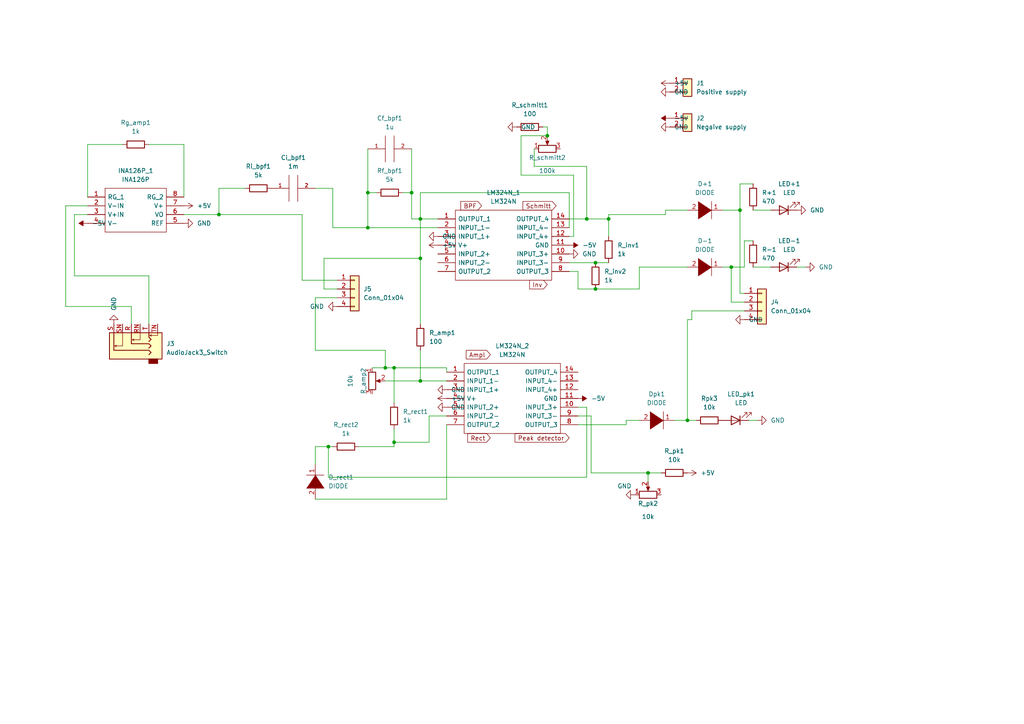
<source format=kicad_sch>
(kicad_sch (version 20211123) (generator eeschema)
  (paper "A4")
  (lib_symbols
    (symbol "Amplifier_Instrumentation:INA126P" (pin_names (offset 0.762))
      (property "Reference" "IC" (at 24.13 7.62 0))
      (property "Value" "INA126P" (at 24.13 5.08 0))
      (symbol "INA126P_0_0"
        (pin passive line (at 0 0 0) (length 5.08) (name "RG_1") (number "1"))
        (pin passive line (at 0 -2.54 0) (length 5.08) (name "V-IN") (number "2"))
        (pin passive line (at 0 -5.08 0) (length 5.08) (name "V+IN") (number "3"))
        (pin passive line (at 0 -7.62 0) (length 5.08) (name "V-") (number "4"))
        (pin passive line (at 27.94 -7.62 180) (length 5.08) (name "REF") (number "5"))
        (pin passive line (at 27.94 -5.08 180) (length 5.08) (name "VO") (number "6"))
        (pin passive line (at 27.94 -2.54 180) (length 5.08) (name "V+") (number "7"))
        (pin passive line (at 27.94 0 180) (length 5.08) (name "RG_2") (number "8"))
      )
      (symbol "INA126P_0_1"
        (polyline (pts (xy 5.08 2.54) (xy 22.86 2.54) (xy 22.86 -10.16) (xy 5.08 -10.16) (xy 5.08 2.54)) (stroke (width 0.1524)))
      )
    )
    (symbol "Amplifier_Operational:LM324N" (pin_names (offset 0.762))
      (property "Reference" "IC" (at 34.29 7.62 0))
      (property "Value" "LM324N" (at 34.29 5.08 0))
      (symbol "LM324N_0_0"
        (pin passive line (at 0 0 0) (length 5.08) (name "OUTPUT_1") (number "1"))
        (pin passive line (at 38.1 -10.16 180) (length 5.08) (name "INPUT_3+") (number "10"))
        (pin passive line (at 38.1 -7.62 180) (length 5.08) (name "GND") (number "11"))
        (pin passive line (at 38.1 -5.08 180) (length 5.08) (name "INPUT_4+") (number "12"))
        (pin passive line (at 38.1 -2.54 180) (length 5.08) (name "INPUT_4-") (number "13"))
        (pin passive line (at 38.1 0 180) (length 5.08) (name "OUTPUT_4") (number "14"))
        (pin passive line (at 0 -2.54 0) (length 5.08) (name "INPUT_1-") (number "2"))
        (pin passive line (at 0 -5.08 0) (length 5.08) (name "INPUT_1+") (number "3"))
        (pin passive line (at 0 -7.62 0) (length 5.08) (name "V+") (number "4"))
        (pin passive line (at 0 -10.16 0) (length 5.08) (name "INPUT_2+") (number "5"))
        (pin passive line (at 0 -12.7 0) (length 5.08) (name "INPUT_2-") (number "6"))
        (pin passive line (at 0 -15.24 0) (length 5.08) (name "OUTPUT_2") (number "7"))
        (pin passive line (at 38.1 -15.24 180) (length 5.08) (name "OUTPUT_3") (number "8"))
        (pin passive line (at 38.1 -12.7 180) (length 5.08) (name "INPUT_3-") (number "9"))
      )
      (symbol "LM324N_0_1"
        (polyline (pts (xy 5.08 2.54) (xy 33.02 2.54) (xy 33.02 -17.78) (xy 5.08 -17.78) (xy 5.08 2.54)) (stroke (width 0.1524)))
      )
    )
    (symbol "Connector:AudioJack3_Switch"
      (property "Reference" "J" (at 0 11.43 0))
      (property "Value" "AudioJack3_Switch" (at 0 8.89 0))
      (symbol "AudioJack3_Switch_0_1"
        (rectangle (start -5.08 -5.08) (end -6.35 -7.62) (stroke (width 0.254)) (fill (type outline)))
        (polyline (pts (xy -1.27 4.826) (xy -1.016 4.318)))
        (polyline (pts (xy 0.508 -0.254) (xy 0.762 -0.762)))
        (polyline (pts (xy 1.778 -5.334) (xy 2.032 -5.842)))
        (polyline (pts (xy 0 -5.08) (xy 0.635 -5.715) (xy 1.27 -5.08) (xy 2.54 -5.08)) (stroke (width 0.254)))
        (polyline (pts (xy 2.54 -7.62) (xy 1.778 -7.62) (xy 1.778 -5.334) (xy 1.524 -5.842)))
        (polyline (pts (xy 2.54 -2.54) (xy 0.508 -2.54) (xy 0.508 -0.254) (xy 0.254 -0.762)))
        (polyline (pts (xy 2.54 2.54) (xy -1.27 2.54) (xy -1.27 4.826) (xy -1.524 4.318)))
        (polyline (pts (xy -1.905 -5.08) (xy -1.27 -5.715) (xy -0.635 -5.08) (xy -0.635 0) (xy 2.54 0)) (stroke (width 0.254)))
        (polyline (pts (xy 2.54 5.08) (xy -2.54 5.08) (xy -2.54 -5.08) (xy -3.175 -5.715) (xy -3.81 -5.08)) (stroke (width 0.254)))
        (rectangle (start 2.54 6.35) (end -5.08 -8.89) (stroke (width 0.254)) (fill (type background)))
      )
      (symbol "AudioJack3_Switch_1_1"
        (pin passive line (at 5.08 0 180) (length 2.54) (name "~") (number "R"))
        (pin passive line (at 5.08 -2.54 180) (length 2.54) (name "~") (number "RN"))
        (pin passive line (at 5.08 5.08 180) (length 2.54) (name "~") (number "S"))
        (pin passive line (at 5.08 2.54 180) (length 2.54) (name "~") (number "SN"))
        (pin passive line (at 5.08 -5.08 180) (length 2.54) (name "~") (number "T"))
        (pin passive line (at 5.08 -7.62 180) (length 2.54) (name "~") (number "TN"))
      )
    )
    (symbol "Connector_Generic:Conn_01x02" (pin_names (offset 1.016) hide)
      (property "Reference" "J" (at 0 2.54 0))
      (property "Value" "Conn_01x02" (at 0 -5.08 0))
      (symbol "Conn_01x02_1_1"
        (rectangle (start -1.27 -2.413) (end 0 -2.667) (stroke (width 0.1524)))
        (rectangle (start -1.27 0.127) (end 0 -0.127) (stroke (width 0.1524)))
        (rectangle (start -1.27 1.27) (end 1.27 -3.81) (stroke (width 0.254)) (fill (type background)))
        (pin passive line (at -5.08 0 0) (length 3.81) (name "Pin_1") (number "1"))
        (pin passive line (at -5.08 -2.54 0) (length 3.81) (name "Pin_2") (number "2"))
      )
    )
    (symbol "Connector_Generic:Conn_01x04" (pin_names (offset 1.016) hide)
      (property "Reference" "J" (at 0 5.08 0))
      (property "Value" "Conn_01x04" (at 0 -7.62 0))
      (symbol "Conn_01x04_1_1"
        (rectangle (start -1.27 -4.953) (end 0 -5.207) (stroke (width 0.1524)))
        (rectangle (start -1.27 -2.413) (end 0 -2.667) (stroke (width 0.1524)))
        (rectangle (start -1.27 0.127) (end 0 -0.127) (stroke (width 0.1524)))
        (rectangle (start -1.27 2.667) (end 0 2.413) (stroke (width 0.1524)))
        (rectangle (start -1.27 3.81) (end 1.27 -6.35) (stroke (width 0.254)) (fill (type background)))
        (pin passive line (at -5.08 2.54 0) (length 3.81) (name "Pin_1") (number "1"))
        (pin passive line (at -5.08 0 0) (length 3.81) (name "Pin_2") (number "2"))
        (pin passive line (at -5.08 -2.54 0) (length 3.81) (name "Pin_3") (number "3"))
        (pin passive line (at -5.08 -5.08 0) (length 3.81) (name "Pin_4") (number "4"))
      )
    )
    (symbol "DIODE_2" (pin_names (offset 1.016) hide)
      (property "Reference" "D" (at 0 3.81 0))
      (property "Value" "DIODE_2" (at 0 -4.445 0))
      (symbol "DIODE_2_0_1"
        (polyline (pts (xy 1.905 2.54) (xy 1.905 -2.54)))
        (polyline (pts (xy -1.905 2.54) (xy -1.905 -2.54) (xy 1.905 0)) (fill (type outline)))
      )
      (symbol "DIODE_2_1_1"
        (pin input line (at 5.08 0 180) (length 3.81) (name "A") (number "1"))
        (pin input line (at -5.08 0 0) (length 3.81) (name "K") (number "2"))
      )
    )
    (symbol "Device:LED" (pin_numbers hide) (pin_names (offset 1.016) hide)
      (property "Reference" "D" (at 0 2.54 0))
      (property "Value" "LED" (at 0 -2.54 0))
      (symbol "LED_0_1"
        (polyline (pts (xy -1.27 -1.27) (xy -1.27 1.27)) (stroke (width 0.254)))
        (polyline (pts (xy -1.27 0) (xy 1.27 0)))
        (polyline (pts (xy 1.27 -1.27) (xy 1.27 1.27) (xy -1.27 0) (xy 1.27 -1.27)) (stroke (width 0.254)))
        (polyline (pts (xy -3.048 -0.762) (xy -4.572 -2.286) (xy -3.81 -2.286) (xy -4.572 -2.286) (xy -4.572 -1.524)))
        (polyline (pts (xy -1.778 -0.762) (xy -3.302 -2.286) (xy -2.54 -2.286) (xy -3.302 -2.286) (xy -3.302 -1.524)))
      )
      (symbol "LED_1_1"
        (pin passive line (at -3.81 0 0) (length 2.54) (name "K") (number "1"))
        (pin passive line (at 3.81 0 180) (length 2.54) (name "A") (number "2"))
      )
    )
    (symbol "Device:R" (pin_numbers hide) (pin_names (offset 0))
      (property "Reference" "R" (at 2.032 0 90))
      (property "Value" "R" (at 0 0 90))
      (symbol "R_0_1"
        (rectangle (start -1.016 -2.54) (end 1.016 2.54) (stroke (width 0.254)))
      )
      (symbol "R_1_1"
        (pin passive line (at 0 3.81 270) (length 1.27) (name "~") (number "1"))
        (pin passive line (at 0 -3.81 90) (length 1.27) (name "~") (number "2"))
      )
    )
    (symbol "Device:R_Potentiometer" (pin_names (offset 1.016) hide)
      (property "Reference" "RV" (at -4.445 0 90))
      (property "Value" "R_Potentiometer" (at -2.54 0 90))
      (symbol "R_Potentiometer_0_1"
        (polyline (pts (xy 2.54 0) (xy 1.524 0)))
        (polyline (pts (xy 1.143 0) (xy 2.286 0.508) (xy 2.286 -0.508) (xy 1.143 0)) (fill (type outline)))
        (rectangle (start 1.016 2.54) (end -1.016 -2.54) (stroke (width 0.254)))
      )
      (symbol "R_Potentiometer_1_1"
        (pin passive line (at 0 3.81 270) (length 1.27) (name "1") (number "1"))
        (pin passive line (at 3.81 0 180) (length 1.27) (name "2") (number "2"))
        (pin passive line (at 0 -3.81 90) (length 1.27) (name "3") (number "3"))
      )
    )
    (symbol "power:+5V" (power) (pin_names (offset 0))
      (property "Value" "+5V" (at 0 3.556 0))
      (symbol "+5V_0_1"
        (polyline (pts (xy -0.762 1.27) (xy 0 2.54)))
        (polyline (pts (xy 0 0) (xy 0 2.54)))
        (polyline (pts (xy 0 2.54) (xy 0.762 1.27)))
      )
      (symbol "+5V_1_1"
        (pin power_in line (at 0 0 90) (length 0) hide (name "+5V") (number "1"))
      )
    )
    (symbol "power:-5V" (power) (pin_names (offset 0))
      (property "Value" "-5V" (at 0 3.81 0))
      (symbol "-5V_0_0"
        (pin power_in line (at 0 0 90) (length 0) hide (name "-5V") (number "1"))
      )
      (symbol "-5V_0_1"
        (polyline (pts (xy 0 0) (xy 0 1.27) (xy 0.762 1.27) (xy 0 2.54) (xy -0.762 1.27) (xy 0 1.27)) (fill (type outline)))
      )
    )
    (symbol "power:GND" (power) (pin_names (offset 0))
      (property "Value" "GND" (at 0 -3.81 0))
      (symbol "GND_0_1"
        (polyline (pts (xy 0 0) (xy 0 -1.27) (xy 1.27 -1.27) (xy 0 -2.54) (xy -1.27 -1.27) (xy 0 -1.27)))
      )
      (symbol "GND_1_1"
        (pin power_in line (at 0 0 270) (length 0) hide (name "GND") (number "1"))
      )
    )
    (symbol "pspice:C" (pin_names (offset 0.254))
      (property "Reference" "C" (at 2.54 3.81 90))
      (property "Value" "C" (at 2.54 -3.81 90))
      (symbol "C_0_1"
        (polyline (pts (xy -3.81 -1.27) (xy 3.81 -1.27)))
        (polyline (pts (xy -3.81 1.27) (xy 3.81 1.27)))
      )
      (symbol "C_1_1"
        (pin passive line (at 0 6.35 270) (length 5.08) (name "~") (number "1"))
        (pin passive line (at 0 -6.35 90) (length 5.08) (name "~") (number "2"))
      )
    )
  )
  (junction (at 176.53 63.5))
  (junction (at 172.72 76.2))
  (junction (at 121.92 74.93))
  (junction (at 172.72 83.82))
  (junction (at 121.92 110.49))
  (junction (at 119.38 55.88))
  (junction (at 121.92 63.5))
  (junction (at 63.5 62.23))
  (junction (at 114.3 106.68))
  (junction (at 214.63 60.96))
  (junction (at 106.68 55.88))
  (junction (at 106.68 66.04))
  (junction (at 158.75 39.37))
  (junction (at 187.96 137.16))
  (junction (at 199.39 121.92))
  (junction (at 170.18 63.5))
  (junction (at 212.09 77.47))
  (junction (at 95.25 129.54))
  (junction (at 114.3 128.27))
  (junction (at 111.76 106.68))
  (wire (pts (xy 200.66 90.17) (xy 200.66 92.71)))
  (wire (pts (xy 111.76 101.6) (xy 111.76 106.68)))
  (wire (pts (xy 93.98 74.93) (xy 93.98 83.82)))
  (wire (pts (xy 154.94 48.26) (xy 170.18 48.26)))
  (wire (pts (xy 214.63 60.96) (xy 214.63 85.09)))
  (wire (pts (xy 53.34 62.23) (xy 63.5 62.23)))
  (wire (pts (xy 121.92 55.88) (xy 165.1 55.88)))
  (wire (pts (xy 199.39 121.92) (xy 201.93 121.92)))
  (wire (pts (xy 214.63 60.96) (xy 214.63 53.34)))
  (wire (pts (xy 38.1 88.9) (xy 38.1 93.98)))
  (wire (pts (xy 166.37 68.58) (xy 165.1 68.58)))
  (wire (pts (xy 114.3 128.27) (xy 114.3 124.46)))
  (wire (pts (xy 176.53 68.58) (xy 176.53 63.5)))
  (wire (pts (xy 91.44 129.54) (xy 95.25 129.54)))
  (wire (pts (xy 53.34 41.91) (xy 53.34 57.15)))
  (wire (pts (xy 181.61 121.92) (xy 181.61 123.19)))
  (wire (pts (xy 185.42 77.47) (xy 199.39 77.47)))
  (wire (pts (xy 121.92 63.5) (xy 127 63.5)))
  (wire (pts (xy 176.53 62.23) (xy 176.53 63.5)))
  (wire (pts (xy 93.98 83.82) (xy 97.79 83.82)))
  (wire (pts (xy 21.59 80.01) (xy 43.18 80.01)))
  (wire (pts (xy 165.1 78.74) (xy 167.64 78.74)))
  (wire (pts (xy 172.72 76.2) (xy 176.53 76.2)))
  (wire (pts (xy 170.18 118.11) (xy 167.64 118.11)))
  (wire (pts (xy 104.14 129.54) (xy 114.3 129.54)))
  (wire (pts (xy 187.96 137.16) (xy 171.45 137.16)))
  (wire (pts (xy 165.1 63.5) (xy 170.18 63.5)))
  (wire (pts (xy 199.39 92.71) (xy 199.39 121.92)))
  (wire (pts (xy 106.68 55.88) (xy 106.68 66.04)))
  (wire (pts (xy 95.25 129.54) (xy 96.52 129.54)))
  (wire (pts (xy 114.3 129.54) (xy 114.3 128.27)))
  (wire (pts (xy 19.05 88.9) (xy 38.1 88.9)))
  (wire (pts (xy 151.13 50.8) (xy 166.37 50.8)))
  (wire (pts (xy 166.37 50.8) (xy 166.37 68.58)))
  (wire (pts (xy 121.92 74.93) (xy 121.92 93.98)))
  (wire (pts (xy 199.39 60.96) (xy 193.04 60.96)))
  (wire (pts (xy 165.1 55.88) (xy 165.1 66.04)))
  (wire (pts (xy 96.52 66.04) (xy 106.68 66.04)))
  (wire (pts (xy 124.46 120.65) (xy 124.46 128.27)))
  (wire (pts (xy 185.42 83.82) (xy 172.72 83.82)))
  (wire (pts (xy 121.92 101.6) (xy 121.92 110.49)))
  (wire (pts (xy 212.09 87.63) (xy 212.09 77.47)))
  (wire (pts (xy 43.18 80.01) (xy 43.18 93.98)))
  (wire (pts (xy 106.68 66.04) (xy 127 66.04)))
  (wire (pts (xy 193.04 60.96) (xy 193.04 62.23)))
  (wire (pts (xy 129.54 120.65) (xy 124.46 120.65)))
  (wire (pts (xy 43.18 41.91) (xy 53.34 41.91)))
  (wire (pts (xy 215.9 87.63) (xy 212.09 87.63)))
  (wire (pts (xy 170.18 138.43) (xy 170.18 118.11)))
  (wire (pts (xy 97.79 86.36) (xy 91.44 86.36)))
  (wire (pts (xy 87.63 81.28) (xy 97.79 81.28)))
  (wire (pts (xy 114.3 116.84) (xy 114.3 106.68)))
  (wire (pts (xy 121.92 63.5) (xy 121.92 55.88)))
  (wire (pts (xy 185.42 77.47) (xy 185.42 83.82)))
  (wire (pts (xy 63.5 62.23) (xy 63.5 54.61)))
  (wire (pts (xy 121.92 110.49) (xy 129.54 110.49)))
  (wire (pts (xy 106.68 43.18) (xy 106.68 55.88)))
  (wire (pts (xy 91.44 86.36) (xy 91.44 101.6)))
  (wire (pts (xy 95.25 129.54) (xy 95.25 138.43)))
  (wire (pts (xy 87.63 62.23) (xy 87.63 81.28)))
  (wire (pts (xy 107.95 106.68) (xy 111.76 106.68)))
  (wire (pts (xy 19.05 88.9) (xy 19.05 59.69)))
  (wire (pts (xy 124.46 128.27) (xy 114.3 128.27)))
  (wire (pts (xy 200.66 92.71) (xy 199.39 92.71)))
  (wire (pts (xy 233.68 77.47) (xy 231.14 77.47)))
  (wire (pts (xy 95.25 138.43) (xy 170.18 138.43)))
  (wire (pts (xy 91.44 134.62) (xy 91.44 129.54)))
  (wire (pts (xy 119.38 43.18) (xy 119.38 55.88)))
  (wire (pts (xy 154.94 43.18) (xy 154.94 48.26)))
  (wire (pts (xy 171.45 120.65) (xy 171.45 137.16)))
  (wire (pts (xy 209.55 60.96) (xy 214.63 60.96)))
  (wire (pts (xy 111.76 106.68) (xy 114.3 106.68)))
  (wire (pts (xy 215.9 90.17) (xy 200.66 90.17)))
  (wire (pts (xy 158.75 36.83) (xy 158.75 39.37)))
  (wire (pts (xy 214.63 85.09) (xy 215.9 85.09)))
  (wire (pts (xy 167.64 78.74) (xy 167.64 83.82)))
  (wire (pts (xy 214.63 53.34) (xy 218.44 53.34)))
  (wire (pts (xy 151.13 50.8) (xy 151.13 39.37)))
  (wire (pts (xy 187.96 137.16) (xy 187.96 139.7)))
  (wire (pts (xy 91.44 54.61) (xy 96.52 54.61)))
  (wire (pts (xy 157.48 36.83) (xy 158.75 36.83)))
  (wire (pts (xy 129.54 144.78) (xy 91.44 144.78)))
  (wire (pts (xy 212.09 77.47) (xy 215.9 77.47)))
  (wire (pts (xy 218.44 77.47) (xy 223.52 77.47)))
  (wire (pts (xy 21.59 62.23) (xy 21.59 80.01)))
  (wire (pts (xy 63.5 54.61) (xy 71.12 54.61)))
  (wire (pts (xy 195.58 121.92) (xy 199.39 121.92)))
  (wire (pts (xy 121.92 63.5) (xy 121.92 74.93)))
  (wire (pts (xy 119.38 55.88) (xy 119.38 63.5)))
  (wire (pts (xy 91.44 101.6) (xy 111.76 101.6)))
  (wire (pts (xy 129.54 123.19) (xy 129.54 144.78)))
  (wire (pts (xy 176.53 62.23) (xy 193.04 62.23)))
  (wire (pts (xy 218.44 60.96) (xy 223.52 60.96)))
  (wire (pts (xy 106.68 55.88) (xy 109.22 55.88)))
  (wire (pts (xy 181.61 123.19) (xy 167.64 123.19)))
  (wire (pts (xy 171.45 120.65) (xy 167.64 120.65)))
  (wire (pts (xy 25.4 62.23) (xy 21.59 62.23)))
  (wire (pts (xy 185.42 121.92) (xy 181.61 121.92)))
  (wire (pts (xy 191.77 137.16) (xy 187.96 137.16)))
  (wire (pts (xy 25.4 57.15) (xy 25.4 41.91)))
  (wire (pts (xy 96.52 54.61) (xy 96.52 66.04)))
  (wire (pts (xy 119.38 63.5) (xy 121.92 63.5)))
  (wire (pts (xy 167.64 83.82) (xy 172.72 83.82)))
  (wire (pts (xy 114.3 106.68) (xy 129.54 106.68)))
  (wire (pts (xy 116.84 55.88) (xy 119.38 55.88)))
  (wire (pts (xy 215.9 69.85) (xy 218.44 69.85)))
  (wire (pts (xy 129.54 106.68) (xy 129.54 107.95)))
  (wire (pts (xy 121.92 74.93) (xy 93.98 74.93)))
  (wire (pts (xy 25.4 41.91) (xy 35.56 41.91)))
  (wire (pts (xy 170.18 48.26) (xy 170.18 63.5)))
  (wire (pts (xy 170.18 63.5) (xy 176.53 63.5)))
  (wire (pts (xy 215.9 77.47) (xy 215.9 69.85)))
  (wire (pts (xy 19.05 59.69) (xy 25.4 59.69)))
  (wire (pts (xy 219.71 121.92) (xy 217.17 121.92)))
  (wire (pts (xy 111.76 110.49) (xy 121.92 110.49)))
  (wire (pts (xy 151.13 39.37) (xy 158.75 39.37)))
  (wire (pts (xy 63.5 62.23) (xy 87.63 62.23)))
  (wire (pts (xy 209.55 77.47) (xy 212.09 77.47)))
  (wire (pts (xy 165.1 76.2) (xy 172.72 76.2)))
  (global_label "Peak detector" (shape input) (at 165.1 127 180) (property "Intersheet References" "${INTERSHEET_REFS}" (effects hide)))
  (global_label "Schmitt" (shape input) (at 161.29 59.69 180) (property "Intersheet References" "${INTERSHEET_REFS}" (effects hide)))
  (global_label "BPF" (shape input) (at 139.7 59.69 180) (property "Intersheet References" "${INTERSHEET_REFS}" (effects hide)))
  (global_label "Ampl" (shape input) (at 142.24 102.87 180) (property "Intersheet References" "${INTERSHEET_REFS}" (effects hide)))
  (global_label "Rect" (shape input) (at 142.24 127 180) (property "Intersheet References" "${INTERSHEET_REFS}" (effects hide)))
  (global_label "Inv" (shape input) (at 158.75 82.55 180) (property "Intersheet References" "${INTERSHEET_REFS}" (effects hide)))
  (symbol (lib_id "Device:R") (at 100.33 129.54 90) (unit 1)
    (property "Reference" "R_rect2" (at 100.33 123.19 90))
    (property "Value" "1k" (at 100.33 125.73 90))
    (property "Footprint" "Resistor_THT:R_Axial_DIN0207_L6.3mm_D2.5mm_P10.16mm_Horizontal" (effects hide))
  )
  (symbol (lib_id "power:-5V") (at 167.64 115.57 270) (unit 1)
    (property "Reference" "#PWR0120" (effects hide))
    (property "Value" "-5V" (at 171.45 115.5699 90) (effects (justify left)))
  )
  (symbol (lib_id "Amplifier_Instrumentation:INA126P") (at 25.4 57.15 0) (unit 1)
    (property "Reference" "INA126P_1" (at 39.37 49.53 0))
    (property "Value" "INA126P" (at 39.37 52.07 0))
    (property "Footprint" "EOG_footprintLib:DIP794W53P254L959H508Q8N" (effects hide))
    (property "Datasheet" "http://www.ti.com/lit/gpn/ina126" (effects hide))
    (property "Description" "Texas Instruments INA126P Instrumentation Amplifier, 0.25mV Offset, CMMR 83dB, 3  28 V, 8-Pin PDIP" (effects hide))
    (property "Height" "5.08" (effects hide))
    (property "Manufacturer_Name" "Texas Instruments" (effects hide))
    (property "Manufacturer_Part_Number" "INA126P" (effects hide))
    (property "Mouser Part Number" "595-INA126P" (effects hide))
    (property "Mouser Price/Stock" "https://www.mouser.co.uk/ProductDetail/Texas-Instruments/INA126P?qs=VBduBm9rCJTY82Sraiy8HA%3D%3D" (effects hide))
    (property "Arrow Part Number" "INA126P" (effects hide))
    (property "Arrow Price/Stock" "https://www.arrow.com/en/products/ina126p/texas-instruments?region=nac" (effects hide))
  )
  (symbol (lib_id "Device:R") (at 153.67 36.83 90) (unit 1)
    (property "Reference" "R_schmitt1" (at 153.67 30.48 90))
    (property "Value" "100" (at 153.67 33.02 90))
    (property "Footprint" "Resistor_THT:R_Axial_DIN0207_L6.3mm_D2.5mm_P10.16mm_Horizontal" (effects hide))
  )
  (symbol (lib_id "Connector_Generic:Conn_01x02") (at 199.39 34.29 0) (unit 1)
    (property "Reference" "J2" (at 201.93 34.2899 0) (effects (justify left)))
    (property "Value" "Negaive supply" (at 201.93 36.8299 0) (effects (justify left)))
    (property "Footprint" "Connector_Wire:SolderWire-0.1sqmm_1x02_P3.6mm_D0.4mm_OD1mm" (effects hide))
  )
  (symbol (lib_id "power:+5V") (at 127 71.12 90) (unit 1)
    (property "Reference" "#PWR0102" (effects hide))
    (property "Value" "+5V" (at 128.27 71.1199 90) (effects (justify right)))
  )
  (symbol (lib_id "Device:LED") (at 227.33 60.96 180) (unit 1)
    (property "Reference" "LED+1" (at 228.9175 53.34 0))
    (property "Value" "LED" (at 228.9175 55.88 0))
    (property "Footprint" "LED_THT:LED_D3.0mm_Horizontal_O3.81mm_Z6.0mm" (effects hide))
  )
  (symbol (lib_id "power:GND") (at 233.68 77.47 90) (unit 1)
    (property "Reference" "#PWR0106" (effects hide))
    (property "Value" "GND" (at 237.49 77.4699 90) (effects (justify right)))
  )
  (symbol (lib_id "Device:LED") (at 213.36 121.92 180) (unit 1)
    (property "Reference" "LED_pk1" (at 214.9475 114.3 0))
    (property "Value" "LED" (at 214.9475 116.84 0))
    (property "Footprint" "LED_THT:LED_D3.0mm_Horizontal_O3.81mm_Z6.0mm" (effects hide))
  )
  (symbol (lib_id "power:GND") (at 215.9 92.71 270) (unit 1)
    (property "Reference" "#PWR0123" (effects hide))
    (property "Value" "GND" (at 217.17 92.7099 90) (effects (justify left)))
  )
  (symbol (lib_id "power:-5V") (at 194.31 34.29 90) (unit 1)
    (property "Reference" "#PWR0105" (effects hide))
    (property "Value" "-5V" (at 195.58 34.2899 90) (effects (justify right)))
  )
  (symbol (lib_id "Device:R") (at 195.58 137.16 90) (unit 1)
    (property "Reference" "R_pk1" (at 195.58 130.81 90))
    (property "Value" "10k" (at 195.58 133.35 90))
    (property "Footprint" "Resistor_THT:R_Axial_DIN0207_L6.3mm_D2.5mm_P10.16mm_Horizontal" (effects hide))
  )
  (symbol (lib_id "pspice:C") (at 85.09 54.61 90) (unit 1)
    (property "Reference" "Ci_bpf1" (at 85.09 45.72 90))
    (property "Value" "1m" (at 85.09 48.26 90))
    (property "Footprint" "Capacitor_THT:C_Radial_D12.5mm_H20.0mm_P5.00mm" (effects hide))
  )
  (symbol (lib_id "Device:LED") (at 227.33 77.47 180) (unit 1)
    (property "Reference" "LED-1" (at 228.9175 69.85 0))
    (property "Value" "LED" (at 228.9175 72.39 0))
    (property "Footprint" "LED_THT:LED_D3.0mm_Horizontal_O3.81mm_Z6.0mm" (effects hide))
  )
  (symbol (lib_id "Amplifier_Operational:LM324N") (at 127 63.5 0) (unit 1)
    (property "Reference" "LM324N_1" (at 146.05 55.88 0))
    (property "Value" "LM324N" (at 146.05 58.42 0))
    (property "Footprint" "EOG_footprintLib:DIP794W56P254L1905H533Q14N" (effects hide))
    (property "Datasheet" "http://www.ti.com/lit/ds/symlink/lm324-n.pdf" (effects hide))
    (property "Description" "OP Amp Quad GP 16V/32V 14-Pin PDIP Texas Instruments LM324N, Quad Op Amp, 1.2MHz, 5-28 V, 14-Pin PDIP" (effects hide))
    (property "Height" "5.334" (effects hide))
    (property "Manufacturer_Name" "Texas Instruments" (effects hide))
    (property "Manufacturer_Part_Number" "LM324N" (effects hide))
    (property "Mouser Part Number" "595-LM324N" (effects hide))
    (property "Mouser Price/Stock" "https://www.mouser.co.uk/ProductDetail/Texas-Instruments/LM324N?qs=VolsR0DjNPqtt3qB38bTqw%3D%3D" (effects hide))
    (property "Arrow Part Number" "LM324N" (effects hide))
    (property "Arrow Price/Stock" "https://www.arrow.com/en/products/lm324n/texas-instruments?region=nac" (effects hide))
  )
  (symbol (lib_id "Device:R_Potentiometer") (at 107.95 110.49 0) (unit 1)
    (property "Reference" "R_amp2" (at 105.41 110.49 90))
    (property "Value" "10k" (at 101.6 110.49 90))
    (property "Footprint" "Potentiometer_THT:Potentiometer_Bourns_3339W_Horizontal" (effects hide))
  )
  (symbol (lib_id "Connector_Generic:Conn_01x02") (at 199.39 24.13 0) (unit 1)
    (property "Reference" "J1" (at 201.93 24.1299 0) (effects (justify left)))
    (property "Value" "Positive supply" (at 201.93 26.6699 0) (effects (justify left)))
    (property "Footprint" "Connector_Wire:SolderWire-0.1sqmm_1x02_P3.6mm_D0.4mm_OD1mm" (effects hide))
  )
  (symbol (lib_id "Device:R") (at 114.3 120.65 180) (unit 1)
    (property "Reference" "R_rect1" (at 116.84 119.3799 0) (effects (justify right)))
    (property "Value" "1k" (at 116.84 121.9199 0) (effects (justify right)))
    (property "Footprint" "Resistor_THT:R_Axial_DIN0207_L6.3mm_D2.5mm_P10.16mm_Horizontal" (effects hide))
  )
  (symbol (lib_id "power:+5V") (at 194.31 24.13 90) (unit 1)
    (property "Reference" "#PWR0113" (effects hide))
    (property "Value" "+5V" (at 195.58 24.1299 90) (effects (justify right)))
  )
  (symbol (lib_id "Device:R_Potentiometer") (at 187.96 143.51 90) (unit 1)
    (property "Reference" "R_pk2" (at 187.96 146.05 90))
    (property "Value" "10k" (at 187.96 149.86 90))
    (property "Footprint" "Potentiometer_THT:Potentiometer_Bourns_3339W_Horizontal" (effects hide))
  )
  (symbol (lib_id "power:+5V") (at 199.39 137.16 270) (unit 1)
    (property "Reference" "#PWR0122" (effects hide))
    (property "Value" "+5V" (at 203.2 137.1599 90) (effects (justify left)))
  )
  (symbol (lib_id "power:GND") (at 97.79 88.9 270) (unit 1)
    (property "Reference" "#PWR0124" (effects hide))
    (property "Value" "GND" (at 93.98 88.9 90) (effects (justify right)))
  )
  (symbol (lib_id "power:GND") (at 53.34 64.77 90) (unit 1)
    (property "Reference" "#PWR0110" (effects hide))
    (property "Value" "GND" (at 57.15 64.7699 90) (effects (justify right)))
  )
  (symbol (lib_id "Device:R") (at 176.53 72.39 180) (unit 1)
    (property "Reference" "R_inv1" (at 179.07 71.1199 0) (effects (justify right)))
    (property "Value" "1k" (at 179.07 73.6599 0) (effects (justify right)))
    (property "Footprint" "Resistor_THT:R_Axial_DIN0207_L6.3mm_D2.5mm_P10.16mm_Horizontal" (effects hide))
  )
  (symbol (lib_id "power:GND") (at 184.15 143.51 270) (unit 1)
    (property "Reference" "#PWR0121" (effects hide))
    (property "Value" "GND" (at 179.07 140.97 90) (effects (justify left)))
  )
  (symbol (lib_id "Device:R") (at 121.92 97.79 180) (unit 1)
    (property "Reference" "R_amp1" (at 124.46 96.5199 0) (effects (justify right)))
    (property "Value" "100" (at 124.46 99.0599 0) (effects (justify right)))
    (property "Footprint" "Resistor_THT:R_Axial_DIN0207_L6.3mm_D2.5mm_P10.16mm_Horizontal" (effects hide))
  )
  (symbol (lib_id "power:GND") (at 127 68.58 270) (unit 1)
    (property "Reference" "#PWR0103" (effects hide))
    (property "Value" "GND" (at 128.27 68.5799 90) (effects (justify left)))
  )
  (symbol (lib_name "DIODE_2") (lib_id "pspice:DIODE") (at 204.47 77.47 0) (unit 1)
    (property "Reference" "D-1" (at 204.47 69.85 0))
    (property "Value" "DIODE" (at 204.47 72.39 0))
    (property "Footprint" "Diode_THT:D_A-405_P10.16mm_Horizontal" (effects hide))
  )
  (symbol (lib_id "Device:R_Potentiometer") (at 158.75 43.18 90) (unit 1)
    (property "Reference" "R_schmitt2" (at 158.75 45.72 90))
    (property "Value" "100k" (at 158.75 49.53 90))
    (property "Footprint" "Potentiometer_THT:Potentiometer_Bourns_3339W_Horizontal" (effects hide))
  )
  (symbol (lib_id "power:GND") (at 33.02 93.98 180) (unit 1)
    (property "Reference" "#PWR0112" (effects hide))
    (property "Value" "GND" (at 33.0199 90.17 90) (effects (justify right)))
  )
  (symbol (lib_id "power:+5V") (at 129.54 115.57 90) (unit 1)
    (property "Reference" "#PWR0117" (effects hide))
    (property "Value" "+5V" (at 130.81 115.5699 90) (effects (justify right)))
  )
  (symbol (lib_id "power:GND") (at 219.71 121.92 90) (unit 1)
    (property "Reference" "#PWR0119" (effects hide))
    (property "Value" "GND" (at 223.52 121.9199 90) (effects (justify right)))
  )
  (symbol (lib_name "DIODE_2") (lib_id "pspice:DIODE") (at 91.44 139.7 90) (unit 1)
    (property "Reference" "D_rect1" (at 95.25 138.4299 90) (effects (justify right)))
    (property "Value" "DIODE" (at 95.25 140.9699 90) (effects (justify right)))
    (property "Footprint" "Diode_THT:D_A-405_P10.16mm_Horizontal" (effects hide))
  )
  (symbol (lib_id "Device:R") (at 218.44 73.66 180) (unit 1)
    (property "Reference" "R-1" (at 220.98 72.3899 0) (effects (justify right)))
    (property "Value" "470" (at 220.98 74.9299 0) (effects (justify right)))
    (property "Footprint" "Resistor_THT:R_Axial_DIN0207_L6.3mm_D2.5mm_P10.16mm_Horizontal" (effects hide))
  )
  (symbol (lib_id "Connector_Generic:Conn_01x04") (at 102.87 83.82 0) (unit 1)
    (property "Reference" "J5" (at 105.41 83.8199 0) (effects (justify left)))
    (property "Value" "Conn_01x04" (at 105.41 86.3599 0) (effects (justify left)))
    (property "Footprint" "Connector_Wire:SolderWire-0.1sqmm_1x04_P3.6mm_D0.4mm_OD1mm" (effects hide))
  )
  (symbol (lib_id "Device:R") (at 205.74 121.92 270) (unit 1)
    (property "Reference" "Rpk3" (at 205.74 115.57 90))
    (property "Value" "10k" (at 205.74 118.11 90))
    (property "Footprint" "Resistor_THT:R_Axial_DIN0207_L6.3mm_D2.5mm_P10.16mm_Horizontal" (effects hide))
  )
  (symbol (lib_id "power:GND") (at 149.86 36.83 270) (unit 1)
    (property "Reference" "#PWR0101" (effects hide))
    (property "Value" "GND" (at 151.13 36.8299 90) (effects (justify left)))
  )
  (symbol (lib_id "Device:R") (at 39.37 41.91 90) (unit 1)
    (property "Reference" "Rg_amp1" (at 39.37 35.56 90))
    (property "Value" "1k" (at 39.37 38.1 90))
    (property "Footprint" "Resistor_THT:R_Axial_DIN0207_L6.3mm_D2.5mm_P10.16mm_Horizontal" (effects hide))
  )
  (symbol (lib_id "power:GND") (at 194.31 36.83 270) (unit 1)
    (property "Reference" "#PWR0108" (effects hide))
    (property "Value" "GND" (at 195.58 36.8299 90) (effects (justify left)))
  )
  (symbol (lib_id "Device:R") (at 218.44 57.15 180) (unit 1)
    (property "Reference" "R+1" (at 220.98 55.8799 0) (effects (justify right)))
    (property "Value" "470" (at 220.98 58.4199 0) (effects (justify right)))
    (property "Footprint" "Resistor_THT:R_Axial_DIN0207_L6.3mm_D2.5mm_P10.16mm_Horizontal" (effects hide))
  )
  (symbol (lib_id "Device:R") (at 113.03 55.88 90) (unit 1)
    (property "Reference" "Rf_bpf1" (at 113.03 49.53 90))
    (property "Value" "5k" (at 113.03 52.07 90))
    (property "Footprint" "Resistor_THT:R_Axial_DIN0207_L6.3mm_D2.5mm_P10.16mm_Horizontal" (effects hide))
  )
  (symbol (lib_id "power:+5V") (at 53.34 59.69 270) (unit 1)
    (property "Reference" "#PWR0111" (effects hide))
    (property "Value" "+5V" (at 57.15 59.6899 90) (effects (justify left)))
  )
  (symbol (lib_id "Device:R") (at 172.72 80.01 180) (unit 1)
    (property "Reference" "R_inv2" (at 175.26 78.7399 0) (effects (justify right)))
    (property "Value" "1k" (at 175.26 81.2799 0) (effects (justify right)))
    (property "Footprint" "Resistor_THT:R_Axial_DIN0207_L6.3mm_D2.5mm_P10.16mm_Horizontal" (effects hide))
  )
  (symbol (lib_id "power:GND") (at 129.54 113.03 270) (unit 1)
    (property "Reference" "#PWR0116" (effects hide))
    (property "Value" "GND" (at 130.81 113.0299 90) (effects (justify left)))
  )
  (symbol (lib_id "Amplifier_Operational:LM324N") (at 129.54 107.95 0) (unit 1)
    (property "Reference" "LM324N_2" (at 148.59 100.33 0))
    (property "Value" "LM324N" (at 148.59 102.87 0))
    (property "Footprint" "EOG_footprintLib:DIP794W56P254L1905H533Q14N" (effects hide))
    (property "Datasheet" "http://www.ti.com/lit/ds/symlink/lm324-n.pdf" (effects hide))
    (property "Description" "OP Amp Quad GP 16V/32V 14-Pin PDIP Texas Instruments LM324N, Quad Op Amp, 1.2MHz, 5-28 V, 14-Pin PDIP" (effects hide))
    (property "Height" "5.334" (effects hide))
    (property "Manufacturer_Name" "Texas Instruments" (effects hide))
    (property "Manufacturer_Part_Number" "LM324N" (effects hide))
    (property "Mouser Part Number" "595-LM324N" (effects hide))
    (property "Mouser Price/Stock" "https://www.mouser.co.uk/ProductDetail/Texas-Instruments/LM324N?qs=VolsR0DjNPqtt3qB38bTqw%3D%3D" (effects hide))
    (property "Arrow Part Number" "LM324N" (effects hide))
    (property "Arrow Price/Stock" "https://www.arrow.com/en/products/lm324n/texas-instruments?region=nac" (effects hide))
  )
  (symbol (lib_id "power:GND") (at 194.31 26.67 270) (unit 1)
    (property "Reference" "#PWR0104" (effects hide))
    (property "Value" "GND" (at 195.58 26.6699 90) (effects (justify left)))
  )
  (symbol (lib_id "power:-5V") (at 25.4 64.77 90) (unit 1)
    (property "Reference" "#PWR0109" (effects hide))
    (property "Value" "-5V" (at 26.67 64.7699 90) (effects (justify right)))
  )
  (symbol (lib_name "DIODE_2") (lib_id "pspice:DIODE") (at 190.5 121.92 0) (unit 1)
    (property "Reference" "Dpk1" (at 190.5 114.3 0))
    (property "Value" "DIODE" (at 190.5 116.84 0))
    (property "Footprint" "Diode_THT:D_A-405_P10.16mm_Horizontal" (effects hide))
  )
  (symbol (lib_id "pspice:C") (at 113.03 43.18 90) (unit 1)
    (property "Reference" "Cf_bpf1" (at 113.03 34.29 90))
    (property "Value" "1u" (at 113.03 36.83 90))
    (property "Footprint" "Capacitor_THT:C_Radial_D5.0mm_H5.0mm_P2.00mm" (effects hide))
  )
  (symbol (lib_id "power:GND") (at 129.54 118.11 270) (unit 1)
    (property "Reference" "#PWR0118" (effects hide))
    (property "Value" "GND" (at 130.81 118.1099 90) (effects (justify left)))
  )
  (symbol (lib_id "power:GND") (at 165.1 73.66 90) (unit 1)
    (property "Reference" "#PWR0114" (effects hide))
    (property "Value" "GND" (at 168.91 73.66 90) (effects (justify right)))
  )
  (symbol (lib_id "Device:R") (at 74.93 54.61 90) (unit 1)
    (property "Reference" "Ri_bpf1" (at 74.93 48.26 90))
    (property "Value" "5k" (at 74.93 50.8 90))
    (property "Footprint" "Resistor_THT:R_Axial_DIN0207_L6.3mm_D2.5mm_P10.16mm_Horizontal" (effects hide))
  )
  (symbol (lib_id "power:GND") (at 231.14 60.96 90) (unit 1)
    (property "Reference" "#PWR0107" (effects hide))
    (property "Value" "GND" (at 234.95 60.9599 90) (effects (justify right)))
  )
  (symbol (lib_name "DIODE_2") (lib_id "pspice:DIODE") (at 204.47 60.96 0) (unit 1)
    (property "Reference" "D+1" (at 204.47 53.34 0))
    (property "Value" "DIODE" (at 204.47 55.88 0))
    (property "Footprint" "Diode_THT:D_A-405_P10.16mm_Horizontal" (effects hide))
  )
  (symbol (lib_id "Connector_Generic:Conn_01x04") (at 220.98 87.63 0) (unit 1)
    (property "Reference" "J4" (at 223.52 87.6299 0) (effects (justify left)))
    (property "Value" "Conn_01x04" (at 223.52 90.1699 0) (effects (justify left)))
    (property "Footprint" "Connector_Wire:SolderWire-0.1sqmm_1x04_P3.6mm_D0.4mm_OD1mm" (effects hide))
  )
  (symbol (lib_id "Connector:AudioJack3_Switch") (at 38.1 99.06 90) (unit 1)
    (property "Reference" "J3" (at 48.26 99.6949 90) (effects (justify right)))
    (property "Value" "AudioJack3_Switch" (at 48.26 102.2349 90) (effects (justify right)))
    (property "Footprint" "Connector_Audio:Jack_3.5mm_CUI_SJ1-3525N_Horizontal" (effects hide))
  )
  (symbol (lib_id "power:-5V") (at 165.1 71.12 270) (unit 1)
    (property "Reference" "#PWR0115" (effects hide))
    (property "Value" "-5V" (at 168.91 71.1199 90) (effects (justify left)))
  )
)
</source>
